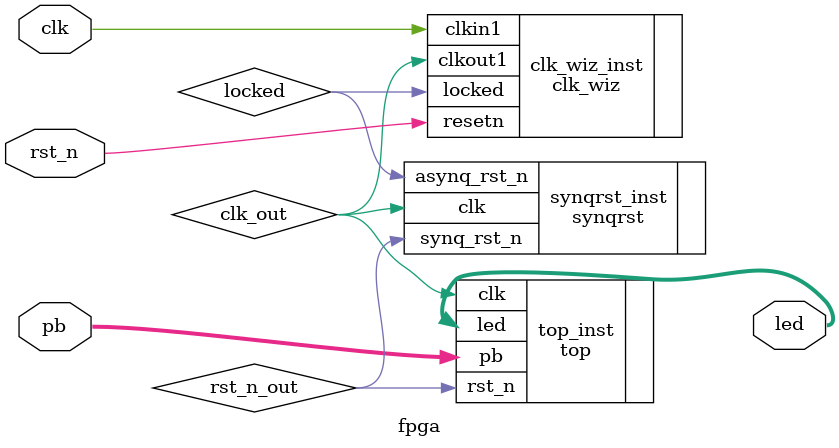
<source format=v>
`include "top.v"
`include "clk_wiz.v"
`include "synqrst.v"

module fpga
(
  input  wire        clk,
  input  wire        rst_n,
  input  wire [4:0]  pb,
  output wire [11:0] led
);

  wire clk_out;
  wire rst_n_out;
  wire locked;

  /* clock wizard */
  clk_wiz clk_wiz_inst
  (
    .clkin1  (clk),
    .clkout1 (clk_out),
    .resetn  (rst_n),
    .locked  (locked)
  );

  /* synqhronous reset */
  synqrst synqrst_inst
  (
    .clk         (clk_out),
    .asynq_rst_n (locked),
    .synq_rst_n  (rst_n_out)
  );

  /* top */
  top top_inst
  (
    .clk   (clk_out),
    .rst_n (rst_n_out),
    .pb    (pb),
    .led   (led)
  );

endmodule

</source>
